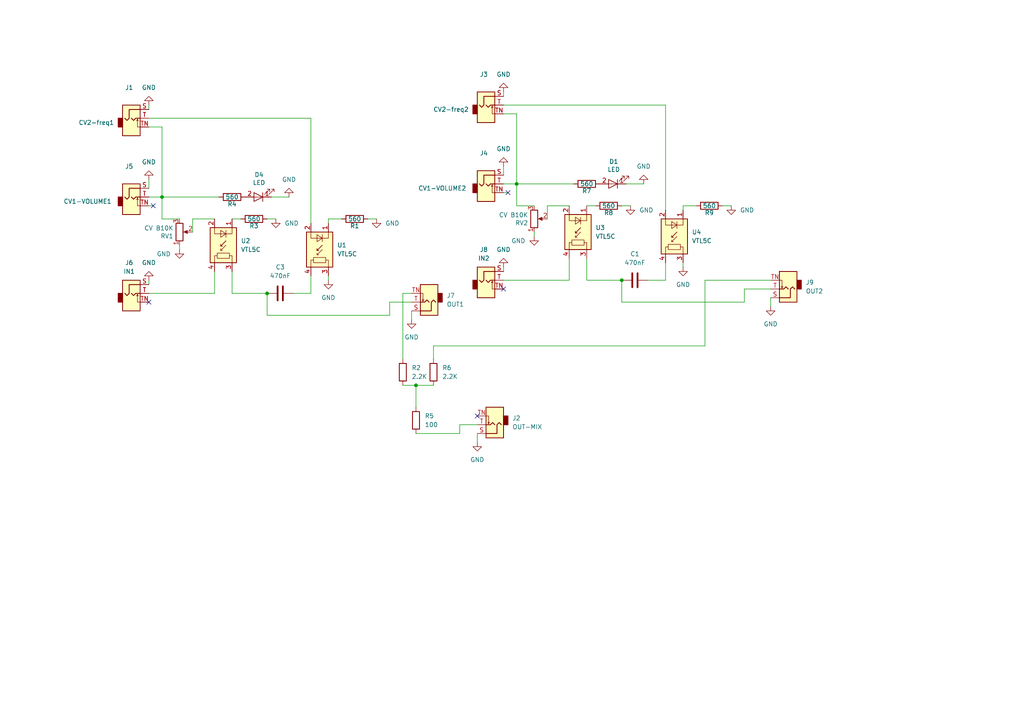
<source format=kicad_sch>
(kicad_sch (version 20211123) (generator eeschema)
  (paper "A4")
  (title_block (title "Vactrol LPG") (date "2023-03-17"))
  (lib_symbols
    (symbol "Connector:AudioJack2_SwitchT"
      (property "Reference" "J" (at 0 8.89 0))
      (property "Value" "AudioJack2_SwitchT" (at 0 6.35 0))
      (symbol "AudioJack2_SwitchT_0_1"
        (rectangle (start -2.54 0) (end -3.81 -2.54) (stroke (width 0.254)) (fill (type outline)))
        (polyline (pts (xy 1.778 -0.254) (xy 2.032 -0.762)))
        (polyline (pts (xy 0 0) (xy 0.635 -0.635) (xy 1.27 0) (xy 2.54 0)) (stroke (width 0.254)))
        (polyline (pts (xy 2.54 -2.54) (xy 1.778 -2.54) (xy 1.778 -0.254) (xy 1.524 -0.762)))
        (polyline (pts (xy 2.54 2.54) (xy -0.635 2.54) (xy -0.635 0) (xy -1.27 -0.635) (xy -1.905 0)) (stroke (width 0.254)))
        (rectangle (start 2.54 3.81) (end -2.54 -5.08) (stroke (width 0.254)) (fill (type background)))
      )
      (symbol "AudioJack2_SwitchT_1_1"
        (pin passive line (at 5.08 2.54 180) (length 2.54) (name "~") (number "S"))
        (pin passive line (at 5.08 0 180) (length 2.54) (name "~") (number "T"))
        (pin passive line (at 5.08 -2.54 180) (length 2.54) (name "~") (number "TN"))
      )
    )
    (symbol "Device:C" (pin_numbers hide) (pin_names (offset 0.254))
      (property "Reference" "C" (at 0.635 2.54 0))
      (property "Value" "C" (at 0.635 -2.54 0))
      (symbol "C_0_1"
        (polyline (pts (xy -2.032 -0.762) (xy 2.032 -0.762)) (stroke (width 0.508)))
        (polyline (pts (xy -2.032 0.762) (xy 2.032 0.762)) (stroke (width 0.508)))
      )
      (symbol "C_1_1"
        (pin passive line (at 0 3.81 270) (length 2.794) (name "~") (number "1"))
        (pin passive line (at 0 -3.81 90) (length 2.794) (name "~") (number "2"))
      )
    )
    (symbol "Device:R" (pin_numbers hide) (pin_names (offset 0))
      (property "Reference" "R" (at 2.032 0 90))
      (property "Value" "R" (at 0 0 90))
      (symbol "R_0_1"
        (rectangle (start -1.016 -2.54) (end 1.016 2.54) (stroke (width 0.254)))
      )
      (symbol "R_1_1"
        (pin passive line (at 0 3.81 270) (length 1.27) (name "~") (number "1"))
        (pin passive line (at 0 -3.81 90) (length 1.27) (name "~") (number "2"))
      )
    )
    (symbol "Isolator:VTL5C" (pin_names (offset 1.016) hide)
      (property "Reference" "U" (at 0 5.08 0))
      (property "Value" "VTL5C" (at 0 -5.08 0))
      (symbol "VTL5C_0_1"
        (rectangle (start -5.08 3.81) (end 5.08 -3.81) (stroke (width 0.254)) (fill (type background)))
        (polyline (pts (xy -4.318 0.762) (xy -2.286 0.762)))
        (polyline (pts (xy -1.27 0.762) (xy 0.254 -0.762)))
        (polyline (pts (xy -1.27 0.762) (xy 0.254 -0.762)))
        (polyline (pts (xy 0 0.762) (xy 1.524 -0.762)))
        (polyline (pts (xy 0.254 -0.254) (xy 0.254 -0.762) (xy -0.254 -0.762)))
        (polyline (pts (xy 0.254 -0.254) (xy 0.254 -0.762) (xy -0.254 -0.762)))
        (polyline (pts (xy 1.524 -0.254) (xy 1.524 -0.762) (xy 1.016 -0.762)))
        (polyline (pts (xy 3.048 -1.778) (xy 3.048 -2.54) (xy 5.08 -2.54)))
        (polyline (pts (xy 3.048 1.778) (xy 3.048 2.54) (xy 5.08 2.54)))
        (polyline (pts (xy -5.08 -2.54) (xy -3.302 -2.54) (xy -3.302 2.54) (xy -5.08 2.54)))
        (rectangle (start 2.286 1.778) (end 3.81 -1.778))
      )
      (symbol "VTL5C_1_1"
        (polyline (pts (xy -4.318 -0.762) (xy -3.302 0.762) (xy -2.286 -0.762) (xy -4.318 -0.762)))
        (pin passive line (at -7.62 2.54 0) (length 2.54) (name "-") (number "1"))
        (pin passive line (at -7.62 -2.54 0) (length 2.54) (name "+") (number "2"))
        (pin passive line (at 7.62 2.54 180) (length 2.54) (name "~") (number "3"))
        (pin passive line (at 7.62 -2.54 180) (length 2.54) (name "~") (number "4"))
      )
    )
    (symbol "power:GND" (power) (pin_names (offset 0))
      (property "Value" "GND" (at 0 -3.81 0))
      (symbol "GND_0_1"
        (polyline (pts (xy 0 0) (xy 0 -1.27) (xy 1.27 -1.27) (xy 0 -2.54) (xy -1.27 -1.27) (xy 0 -1.27)))
      )
      (symbol "GND_1_1"
        (pin power_in line (at 0 0 270) (length 0) hide (name "GND") (number "1"))
      )
    )
    (symbol "twotone-rescue:LED-device" (pin_names (offset 1.016) hide)
      (property "Reference" "D" (at 0 2.54 0))
      (property "Value" "LED-device" (at 0 -2.54 0))
      (symbol "LED-device_0_1"
        (polyline (pts (xy -1.27 -1.27) (xy -1.27 1.27)) (stroke (width 0.2032)))
        (polyline (pts (xy -1.27 0) (xy 1.27 0)))
        (polyline (pts (xy 1.27 -1.27) (xy 1.27 1.27) (xy -1.27 0) (xy 1.27 -1.27)) (stroke (width 0.2032)))
        (polyline (pts (xy -3.048 -0.762) (xy -4.572 -2.286) (xy -3.81 -2.286) (xy -4.572 -2.286) (xy -4.572 -1.524)))
        (polyline (pts (xy -1.778 -0.762) (xy -3.302 -2.286) (xy -2.54 -2.286) (xy -3.302 -2.286) (xy -3.302 -1.524)))
      )
      (symbol "LED-device_1_1"
        (pin passive line (at -3.81 0 0) (length 2.54) (name "K") (number "1"))
        (pin passive line (at 3.81 0 180) (length 2.54) (name "A") (number "2"))
      )
    )
    (symbol "twotone-rescue:POT-device" (pin_names (offset 1.016) hide)
      (property "Reference" "RV" (at -4.445 0 90))
      (property "Value" "POT-device" (at -2.54 0 90))
      (symbol "POT-device_0_1"
        (polyline (pts (xy 2.54 0) (xy 1.524 0)))
        (polyline (pts (xy 1.143 0) (xy 2.286 0.508) (xy 2.286 -0.508)) (fill (type outline)))
        (rectangle (start 1.016 2.54) (end -1.016 -2.54) (stroke (width 0.254)))
      )
      (symbol "POT-device_1_1"
        (pin passive line (at 0 -3.81 90) (length 1.27) (name "1") (number "1"))
        (pin passive line (at 3.81 0 180) (length 1.27) (name "2") (number "2"))
        (pin passive line (at 0 3.81 270) (length 1.27) (name "3") (number "3"))
      )
    )
    (symbol "twotone-rescue:R-device" (pin_numbers hide) (pin_names (offset 0))
      (property "Reference" "R" (at 2.032 0 90))
      (property "Value" "R-device" (at 0 0 90))
      (symbol "R-device_0_1"
        (rectangle (start -1.016 -2.54) (end 1.016 2.54) (stroke (width 0.254)))
      )
      (symbol "R-device_1_1"
        (pin passive line (at 0 3.81 270) (length 1.27) (name "~") (number "1"))
        (pin passive line (at 0 -3.81 90) (length 1.27) (name "~") (number "2"))
      )
    )
  )
  (junction (at 120.65 111.76))
  (junction (at 46.99 57.15))
  (junction (at 149.86 53.34))
  (junction (at 77.47 85.09))
  (junction (at 180.34 81.28))
  (no_connect (at 146.05 83.82))
  (no_connect (at 147.32 55.88))
  (no_connect (at 44.45 59.69))
  (no_connect (at 138.43 120.65))
  (no_connect (at 43.18 87.63))
  (wire (pts (xy 158.75 59.69) (xy 165.1 59.69)))
  (wire (pts (xy 215.9 87.63) (xy 180.34 87.63)))
  (wire (pts (xy 198.12 76.2) (xy 198.12 77.47)))
  (wire (pts (xy 113.03 91.44) (xy 77.47 91.44)))
  (wire (pts (xy 95.25 63.5) (xy 95.25 64.77)))
  (wire (pts (xy 158.75 63.5) (xy 158.75 59.69)))
  (wire (pts (xy 223.52 83.82) (xy 215.9 83.82)))
  (wire (pts (xy 201.93 59.69) (xy 198.12 59.69)))
  (wire (pts (xy 46.99 63.5) (xy 52.07 63.5)))
  (wire (pts (xy 43.18 34.29) (xy 90.17 34.29)))
  (wire (pts (xy 55.88 63.5) (xy 62.23 63.5)))
  (wire (pts (xy 67.31 63.5) (xy 69.85 63.5)))
  (wire (pts (xy 146.05 48.26) (xy 146.05 50.8)))
  (wire (pts (xy 133.35 123.19) (xy 138.43 123.19)))
  (wire (pts (xy 67.31 85.09) (xy 77.47 85.09)))
  (wire (pts (xy 146.05 81.28) (xy 165.1 81.28)))
  (wire (pts (xy 120.65 111.76) (xy 120.65 118.11)))
  (wire (pts (xy 67.31 78.74) (xy 67.31 85.09)))
  (wire (pts (xy 146.05 26.67) (xy 146.05 27.94)))
  (wire (pts (xy 90.17 34.29) (xy 90.17 64.77)))
  (wire (pts (xy 198.12 59.69) (xy 198.12 60.96)))
  (wire (pts (xy 95.25 80.01) (xy 95.25 81.28)))
  (wire (pts (xy 46.99 57.15) (xy 63.5 57.15)))
  (wire (pts (xy 43.18 52.07) (xy 43.18 54.61)))
  (wire (pts (xy 149.86 53.34) (xy 149.86 59.69)))
  (wire (pts (xy 52.07 71.12) (xy 52.07 72.39)))
  (wire (pts (xy 116.84 85.09) (xy 116.84 104.14)))
  (wire (pts (xy 154.94 67.31) (xy 154.94 68.58)))
  (wire (pts (xy 43.18 57.15) (xy 46.99 57.15)))
  (wire (pts (xy 116.84 111.76) (xy 120.65 111.76)))
  (wire (pts (xy 149.86 53.34) (xy 166.37 53.34)))
  (wire (pts (xy 170.18 74.93) (xy 170.18 81.28)))
  (wire (pts (xy 43.18 36.83) (xy 46.99 36.83)))
  (wire (pts (xy 99.06 63.5) (xy 95.25 63.5)))
  (wire (pts (xy 180.34 59.69) (xy 182.88 59.69)))
  (wire (pts (xy 146.05 53.34) (xy 149.86 53.34)))
  (wire (pts (xy 119.38 87.63) (xy 113.03 87.63)))
  (wire (pts (xy 193.04 30.48) (xy 193.04 60.96)))
  (wire (pts (xy 193.04 76.2) (xy 193.04 81.28)))
  (wire (pts (xy 113.03 87.63) (xy 113.03 91.44)))
  (wire (pts (xy 149.86 59.69) (xy 154.94 59.69)))
  (wire (pts (xy 90.17 80.01) (xy 90.17 85.09)))
  (wire (pts (xy 43.18 59.69) (xy 44.45 59.69)))
  (wire (pts (xy 223.52 88.9) (xy 223.52 86.36)))
  (wire (pts (xy 77.47 63.5) (xy 80.01 63.5)))
  (wire (pts (xy 90.17 85.09) (xy 85.09 85.09)))
  (wire (pts (xy 223.52 81.28) (xy 204.47 81.28)))
  (wire (pts (xy 146.05 33.02) (xy 149.86 33.02)))
  (wire (pts (xy 119.38 92.71) (xy 119.38 90.17)))
  (wire (pts (xy 149.86 33.02) (xy 149.86 53.34)))
  (wire (pts (xy 43.18 81.28) (xy 43.18 82.55)))
  (wire (pts (xy 170.18 59.69) (xy 172.72 59.69)))
  (wire (pts (xy 55.88 67.31) (xy 55.88 63.5)))
  (wire (pts (xy 215.9 83.82) (xy 215.9 87.63)))
  (wire (pts (xy 120.65 111.76) (xy 125.73 111.76)))
  (wire (pts (xy 138.43 128.27) (xy 138.43 125.73)))
  (wire (pts (xy 180.34 87.63) (xy 180.34 81.28)))
  (wire (pts (xy 119.38 85.09) (xy 116.84 85.09)))
  (wire (pts (xy 204.47 81.28) (xy 204.47 100.33)))
  (wire (pts (xy 146.05 55.88) (xy 147.32 55.88)))
  (wire (pts (xy 209.55 59.69) (xy 212.09 59.69)))
  (wire (pts (xy 62.23 78.74) (xy 62.23 85.09)))
  (wire (pts (xy 133.35 125.73) (xy 133.35 123.19)))
  (wire (pts (xy 146.05 30.48) (xy 193.04 30.48)))
  (wire (pts (xy 165.1 74.93) (xy 165.1 81.28)))
  (wire (pts (xy 43.18 85.09) (xy 62.23 85.09)))
  (wire (pts (xy 125.73 100.33) (xy 125.73 104.14)))
  (wire (pts (xy 120.65 125.73) (xy 133.35 125.73)))
  (wire (pts (xy 181.61 53.34) (xy 186.69 53.34)))
  (wire (pts (xy 78.74 57.15) (xy 83.82 57.15)))
  (wire (pts (xy 46.99 36.83) (xy 46.99 57.15)))
  (wire (pts (xy 146.05 77.47) (xy 146.05 78.74)))
  (wire (pts (xy 106.68 63.5) (xy 109.22 63.5)))
  (wire (pts (xy 193.04 81.28) (xy 187.96 81.28)))
  (wire (pts (xy 170.18 81.28) (xy 180.34 81.28)))
  (wire (pts (xy 77.47 91.44) (xy 77.47 85.09)))
  (wire (pts (xy 204.47 100.33) (xy 125.73 100.33)))
  (wire (pts (xy 46.99 57.15) (xy 46.99 63.5)))
  (wire (pts (xy 43.18 30.48) (xy 43.18 31.75)))
  (symbol (lib_id "power:GND") (at 109.22 63.5 0) (unit 1)
    (property "Reference" "#PWR04" (effects hide))
    (property "Value" "GND" (at 111.76 64.7699 0) (effects (justify left)))
  )
  (symbol (lib_id "power:GND") (at 182.88 59.69 0) (unit 1)
    (property "Reference" "#PWR014" (effects hide))
    (property "Value" "GND" (at 185.42 60.9599 0) (effects (justify left)))
  )
  (symbol (lib_id "Isolator:VTL5C") (at 64.77 71.12 270) (unit 1)
    (property "Reference" "U2" (at 69.85 69.8499 90) (effects (justify left)))
    (property "Value" "VTL5C" (at 69.85 72.3899 90) (effects (justify left)))
    (property "Footprint" "OptoDevice:PerkinElmer_VTL5C" (effects hide))
    (property "Datasheet" "http://www.qsl.net/wa1ion/vactrol/vactrol.pdf" (effects hide))
  )
  (symbol (lib_id "Connector:AudioJack2_SwitchT") (at 38.1 34.29 0) (unit 1)
    (property "Reference" "J1" (at 37.465 25.4 0))
    (property "Value" "CV2-freq1" (at 27.94 35.56 0))
    (property "Footprint" "Audio_Jack:Jack_3.5mm_QingPu_WQP-PJ398SM_Vertical" (effects hide))
  )
  (symbol (lib_id "Device:R") (at 116.84 107.95 180) (unit 1)
    (property "Reference" "R2" (at 119.38 106.6799 0) (effects (justify right)))
    (property "Value" "2.2K" (at 119.38 109.2199 0) (effects (justify right)))
    (property "Footprint" "Resistor_THT:R_Axial_DIN0204_L3.6mm_D1.6mm_P5.08mm_Vertical" (effects hide))
  )
  (symbol (lib_id "Connector:AudioJack2_SwitchT") (at 140.97 53.34 0) (unit 1)
    (property "Reference" "J4" (at 140.335 44.45 0))
    (property "Value" "CV1-VOLUME2" (at 128.27 54.61 0))
    (property "Footprint" "Audio_Jack:Jack_3.5mm_QingPu_WQP-PJ398SM_Vertical" (effects hide))
  )
  (symbol (lib_id "Device:R") (at 120.65 121.92 180) (unit 1)
    (property "Reference" "R5" (at 123.19 120.6499 0) (effects (justify right)))
    (property "Value" "100" (at 123.19 123.1899 0) (effects (justify right)))
    (property "Footprint" "Resistor_THT:R_Axial_DIN0204_L3.6mm_D1.6mm_P5.08mm_Vertical" (effects hide))
  )
  (symbol (lib_id "power:GND") (at 80.01 63.5 0) (unit 1)
    (property "Reference" "#PWR011" (effects hide))
    (property "Value" "GND" (at 82.55 64.7699 0) (effects (justify left)))
  )
  (symbol (lib_id "power:GND") (at 119.38 92.71 0) (unit 1)
    (property "Reference" "#PWR015" (effects hide))
    (property "Value" "GND" (at 119.38 97.79 0))
  )
  (symbol (lib_id "Connector:AudioJack2_SwitchT") (at 140.97 81.28 0) (unit 1)
    (property "Reference" "J8" (at 140.335 72.39 0))
    (property "Value" "IN2" (at 140.335 74.93 0))
    (property "Footprint" "Audio_Jack:Jack_3.5mm_QingPu_WQP-PJ398SM_Vertical" (effects hide))
  )
  (symbol (lib_id "Device:C") (at 184.15 81.28 90) (unit 1)
    (property "Reference" "C1" (at 184.15 73.66 90))
    (property "Value" "470nF" (at 184.15 76.2 90))
    (property "Footprint" "Capacitor_THT:C_Rect_L7.0mm_W2.5mm_P5.00mm" (effects hide))
  )
  (symbol (lib_id "twotone-rescue:R-device") (at 205.74 59.69 270) (unit 1)
    (property "Reference" "R9" (at 205.74 61.722 90))
    (property "Value" "560" (at 205.74 59.69 90))
    (property "Footprint" "Resistor_THT:R_Axial_DIN0204_L3.6mm_D1.6mm_P5.08mm_Vertical" (effects hide))
  )
  (symbol (lib_id "twotone-rescue:POT-device") (at 52.07 67.31 0) (unit 1)
    (property "Reference" "RV1" (at 50.3174 68.4784 0) (effects (justify right)))
    (property "Value" "CV B10K " (at 50.3174 66.167 0) (effects (justify right)))
    (property "Footprint" "Potentiometer_THT:Potentiometer_Alpha_RD901F-40-00D_Single_Vertical" (effects hide))
  )
  (symbol (lib_id "power:GND") (at 146.05 48.26 180) (unit 1)
    (property "Reference" "#PWR07" (effects hide))
    (property "Value" "GND" (at 146.05 43.18 0))
  )
  (symbol (lib_id "power:GND") (at 43.18 52.07 180) (unit 1)
    (property "Reference" "#PWR08" (effects hide))
    (property "Value" "GND" (at 43.18 46.99 0))
  )
  (symbol (lib_id "power:GND") (at 43.18 81.28 180) (unit 1)
    (property "Reference" "#PWR09" (effects hide))
    (property "Value" "GND" (at 43.18 76.2 0))
  )
  (symbol (lib_id "power:GND") (at 43.18 30.48 180) (unit 1)
    (property "Reference" "#PWR01" (effects hide))
    (property "Value" "GND" (at 43.18 25.4 0))
  )
  (symbol (lib_id "twotone-rescue:R-device") (at 176.53 59.69 270) (unit 1)
    (property "Reference" "R8" (at 176.53 61.722 90))
    (property "Value" "560" (at 176.53 59.69 90))
    (property "Footprint" "Resistor_THT:R_Axial_DIN0204_L3.6mm_D1.6mm_P5.08mm_Vertical" (effects hide))
  )
  (symbol (lib_id "power:GND") (at 198.12 77.47 0) (unit 1)
    (property "Reference" "#PWR017" (effects hide))
    (property "Value" "GND" (at 198.12 82.55 0))
  )
  (symbol (lib_id "power:GND") (at 146.05 26.67 180) (unit 1)
    (property "Reference" "#PWR06" (effects hide))
    (property "Value" "GND" (at 146.05 21.59 0))
  )
  (symbol (lib_id "twotone-rescue:R-device") (at 67.31 57.15 270) (unit 1)
    (property "Reference" "R4" (at 67.31 59.182 90))
    (property "Value" "560" (at 67.31 57.15 90))
    (property "Footprint" "Resistor_THT:R_Axial_DIN0204_L3.6mm_D1.6mm_P5.08mm_Vertical" (effects hide))
  )
  (symbol (lib_id "twotone-rescue:R-device") (at 170.18 53.34 270) (unit 1)
    (property "Reference" "R7" (at 170.18 55.372 90))
    (property "Value" "560" (at 170.18 53.34 90))
    (property "Footprint" "Resistor_THT:R_Axial_DIN0204_L3.6mm_D1.6mm_P5.08mm_Vertical" (effects hide))
  )
  (symbol (lib_id "twotone-rescue:LED-device") (at 74.93 57.15 180) (unit 1)
    (property "Reference" "D4" (at 75.1332 50.673 0))
    (property "Value" "LED" (at 75.1332 52.9844 0))
    (property "Footprint" "LED_THT:LED_D3.0mm" (effects hide))
  )
  (symbol (lib_id "Isolator:VTL5C") (at 195.58 68.58 270) (unit 1)
    (property "Reference" "U4" (at 200.66 67.3099 90) (effects (justify left)))
    (property "Value" "VTL5C" (at 200.66 69.8499 90) (effects (justify left)))
    (property "Footprint" "OptoDevice:PerkinElmer_VTL5C" (effects hide))
    (property "Datasheet" "http://www.qsl.net/wa1ion/vactrol/vactrol.pdf" (effects hide))
  )
  (symbol (lib_id "power:GND") (at 95.25 81.28 0) (unit 1)
    (property "Reference" "#PWR03" (effects hide))
    (property "Value" "GND" (at 95.25 86.36 0))
  )
  (symbol (lib_id "power:GND") (at 186.69 53.34 180) (unit 1)
    (property "Reference" "#PWR016" (effects hide))
    (property "Value" "GND" (at 186.69 48.26 0))
  )
  (symbol (lib_id "twotone-rescue:R-device") (at 73.66 63.5 270) (unit 1)
    (property "Reference" "R3" (at 73.66 65.532 90))
    (property "Value" "560" (at 73.66 63.5 90))
    (property "Footprint" "Resistor_THT:R_Axial_DIN0204_L3.6mm_D1.6mm_P5.08mm_Vertical" (effects hide))
  )
  (symbol (lib_id "Isolator:VTL5C") (at 167.64 67.31 270) (unit 1)
    (property "Reference" "U3" (at 172.72 66.0399 90) (effects (justify left)))
    (property "Value" "VTL5C" (at 172.72 68.5799 90) (effects (justify left)))
    (property "Footprint" "OptoDevice:PerkinElmer_VTL5C" (effects hide))
    (property "Datasheet" "http://www.qsl.net/wa1ion/vactrol/vactrol.pdf" (effects hide))
  )
  (symbol (lib_id "power:GND") (at 138.43 128.27 0) (unit 1)
    (property "Reference" "#PWR05" (effects hide))
    (property "Value" "GND" (at 138.43 133.35 0))
  )
  (symbol (lib_id "Device:R") (at 125.73 107.95 180) (unit 1)
    (property "Reference" "R6" (at 128.27 106.6799 0) (effects (justify right)))
    (property "Value" "2.2K" (at 128.27 109.2199 0) (effects (justify right)))
    (property "Footprint" "Resistor_THT:R_Axial_DIN0204_L3.6mm_D1.6mm_P5.08mm_Vertical" (effects hide))
  )
  (symbol (lib_id "power:GND") (at 83.82 57.15 180) (unit 1)
    (property "Reference" "#PWR013" (effects hide))
    (property "Value" "GND" (at 83.82 52.07 0))
  )
  (symbol (lib_id "Connector:AudioJack2_SwitchT") (at 38.1 85.09 0) (unit 1)
    (property "Reference" "J6" (at 37.465 76.2 0))
    (property "Value" "IN1" (at 37.465 78.74 0))
    (property "Footprint" "Audio_Jack:Jack_3.5mm_QingPu_WQP-PJ398SM_Vertical" (effects hide))
  )
  (symbol (lib_id "power:GND") (at 223.52 88.9 0) (unit 1)
    (property "Reference" "#PWR019" (effects hide))
    (property "Value" "GND" (at 223.52 93.98 0))
  )
  (symbol (lib_id "Connector:AudioJack2_SwitchT") (at 143.51 123.19 180) (unit 1)
    (property "Reference" "J2" (at 148.59 121.2849 0) (effects (justify right)))
    (property "Value" "OUT-MIX" (at 148.59 123.8249 0) (effects (justify right)))
    (property "Footprint" "Audio_Jack:Jack_3.5mm_QingPu_WQP-PJ398SM_Vertical" (effects hide))
  )
  (symbol (lib_id "Isolator:VTL5C") (at 92.71 72.39 270) (unit 1)
    (property "Reference" "U1" (at 97.79 71.1199 90) (effects (justify left)))
    (property "Value" "VTL5C" (at 97.79 73.6599 90) (effects (justify left)))
    (property "Footprint" "OptoDevice:PerkinElmer_VTL5C" (effects hide))
    (property "Datasheet" "http://www.qsl.net/wa1ion/vactrol/vactrol.pdf" (effects hide))
  )
  (symbol (lib_id "twotone-rescue:POT-device") (at 154.94 63.5 0) (unit 1)
    (property "Reference" "RV2" (at 153.1874 64.6684 0) (effects (justify right)))
    (property "Value" "CV B10K " (at 153.1874 62.357 0) (effects (justify right)))
    (property "Footprint" "Potentiometer_THT:Potentiometer_Alpha_RD901F-40-00D_Single_Vertical" (effects hide))
  )
  (symbol (lib_id "Connector:AudioJack2_SwitchT") (at 124.46 87.63 180) (unit 1)
    (property "Reference" "J7" (at 129.54 85.7249 0) (effects (justify right)))
    (property "Value" "OUT1" (at 129.54 88.2649 0) (effects (justify right)))
    (property "Footprint" "Audio_Jack:Jack_3.5mm_QingPu_WQP-PJ398SM_Vertical" (effects hide))
  )
  (symbol (lib_id "power:GND") (at 52.07 72.39 0) (unit 1)
    (property "Reference" "#PWR02" (effects hide))
    (property "Value" "GND" (at 49.53 73.6601 0) (effects (justify right)))
  )
  (symbol (lib_id "twotone-rescue:R-device") (at 102.87 63.5 270) (unit 1)
    (property "Reference" "R1" (at 102.87 65.532 90))
    (property "Value" "560" (at 102.87 63.5 90))
    (property "Footprint" "Resistor_THT:R_Axial_DIN0204_L3.6mm_D1.6mm_P5.08mm_Vertical" (effects hide))
  )
  (symbol (lib_id "Connector:AudioJack2_SwitchT") (at 140.97 30.48 0) (unit 1)
    (property "Reference" "J3" (at 140.335 21.59 0))
    (property "Value" "CV2-freq2" (at 130.81 31.75 0))
    (property "Footprint" "Audio_Jack:Jack_3.5mm_QingPu_WQP-PJ398SM_Vertical" (effects hide))
  )
  (symbol (lib_id "Connector:AudioJack2_SwitchT") (at 38.1 57.15 0) (unit 1)
    (property "Reference" "J5" (at 37.465 48.26 0))
    (property "Value" "CV1-VOLUME1" (at 25.4 58.42 0))
    (property "Footprint" "Audio_Jack:Jack_3.5mm_QingPu_WQP-PJ398SM_Vertical" (effects hide))
  )
  (symbol (lib_id "twotone-rescue:LED-device") (at 177.8 53.34 180) (unit 1)
    (property "Reference" "D1" (at 178.0032 46.863 0))
    (property "Value" "LED" (at 178.0032 49.1744 0))
    (property "Footprint" "LED_THT:LED_D3.0mm" (effects hide))
  )
  (symbol (lib_id "Connector:AudioJack2_SwitchT") (at 228.6 83.82 180) (unit 1)
    (property "Reference" "J9" (at 233.68 81.9149 0) (effects (justify right)))
    (property "Value" "OUT2" (at 233.68 84.4549 0) (effects (justify right)))
    (property "Footprint" "Audio_Jack:Jack_3.5mm_QingPu_WQP-PJ398SM_Vertical" (effects hide))
  )
  (symbol (lib_id "power:GND") (at 146.05 77.47 180) (unit 1)
    (property "Reference" "#PWR010" (effects hide))
    (property "Value" "GND" (at 146.05 72.39 0))
  )
  (symbol (lib_id "Device:C") (at 81.28 85.09 90) (unit 1)
    (property "Reference" "C3" (at 81.28 77.47 90))
    (property "Value" "470nF" (at 81.28 80.01 90))
    (property "Footprint" "Capacitor_THT:C_Rect_L7.0mm_W2.5mm_P5.00mm" (effects hide))
  )
  (symbol (lib_id "power:GND") (at 212.09 59.69 0) (unit 1)
    (property "Reference" "#PWR018" (effects hide))
    (property "Value" "GND" (at 214.63 60.9599 0) (effects (justify left)))
  )
  (symbol (lib_id "power:GND") (at 154.94 68.58 0) (unit 1)
    (property "Reference" "#PWR012" (effects hide))
    (property "Value" "GND" (at 152.4 69.8501 0) (effects (justify right)))
  )
)
</source>
